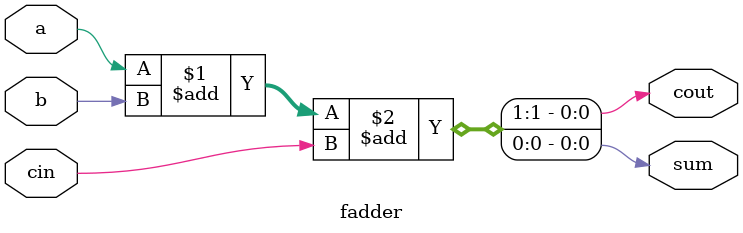
<source format=v>
module top_module( 
    input [2:0] a, b,
    input cin,
    output [2:0] cout,
    output [2:0] sum );
    fadder adder0(a[0],b[0],cin,cout[0],sum[0]);
    fadder adder1(a[1],b[1],cout[0],cout[1],sum[1]);
    fadder adder2(a[2],b[2],cout[1],cout[2],sum[2]);
endmodule

module fadder( 
    input a, b, cin,
    output cout, sum );
    assign {cout,sum} = a + b + cin;
endmodule

</source>
